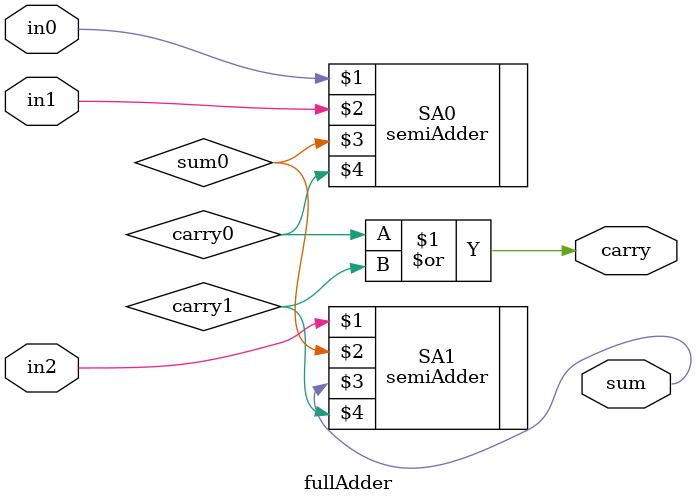
<source format=v>
module fullAdder(in0, in1, in2, sum, carry);
	
	input in0, in1, in2;
	output sum, carry;
	
	wire carry0, carry1, sum0;
	
	semiAdder SA0(in0, in1, sum0, carry0);
	semiAdder SA1(in2, sum0, sum, carry1);
	or OR0(carry, carry0, carry1);
	
endmodule

</source>
